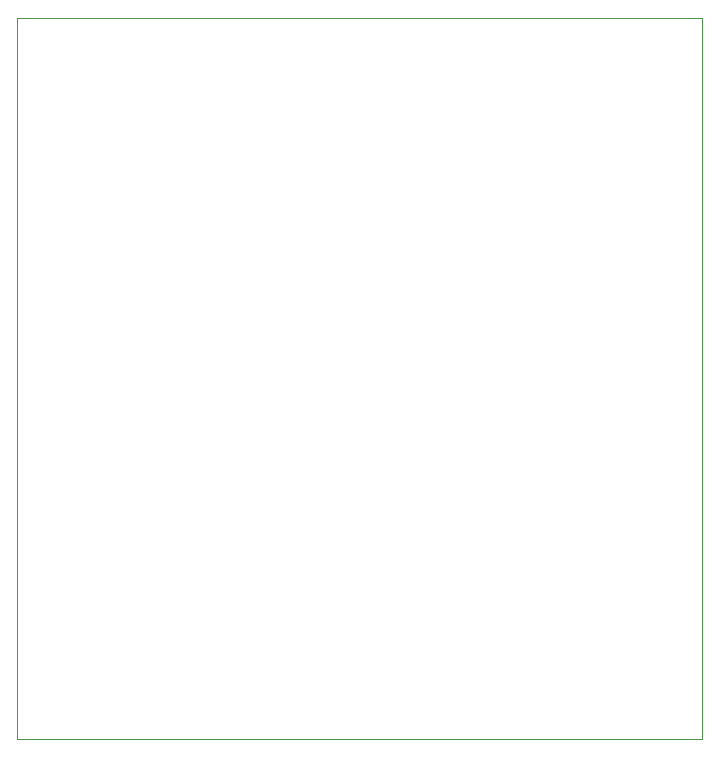
<source format=gbr>
%TF.GenerationSoftware,KiCad,Pcbnew,9.0.5-9.0.5~ubuntu24.04.1*%
%TF.CreationDate,2025-10-19T16:33:04+02:00*%
%TF.ProjectId,MultiClockArduino,4d756c74-6943-46c6-9f63-6b4172647569,0.1*%
%TF.SameCoordinates,Original*%
%TF.FileFunction,Profile,NP*%
%FSLAX46Y46*%
G04 Gerber Fmt 4.6, Leading zero omitted, Abs format (unit mm)*
G04 Created by KiCad (PCBNEW 9.0.5-9.0.5~ubuntu24.04.1) date 2025-10-19 16:33:04*
%MOMM*%
%LPD*%
G01*
G04 APERTURE LIST*
%TA.AperFunction,Profile*%
%ADD10C,0.050000*%
%TD*%
G04 APERTURE END LIST*
D10*
X110000000Y-69000000D02*
X168000000Y-69000000D01*
X168000000Y-130000000D01*
X110000000Y-130000000D01*
X110000000Y-69000000D01*
M02*

</source>
